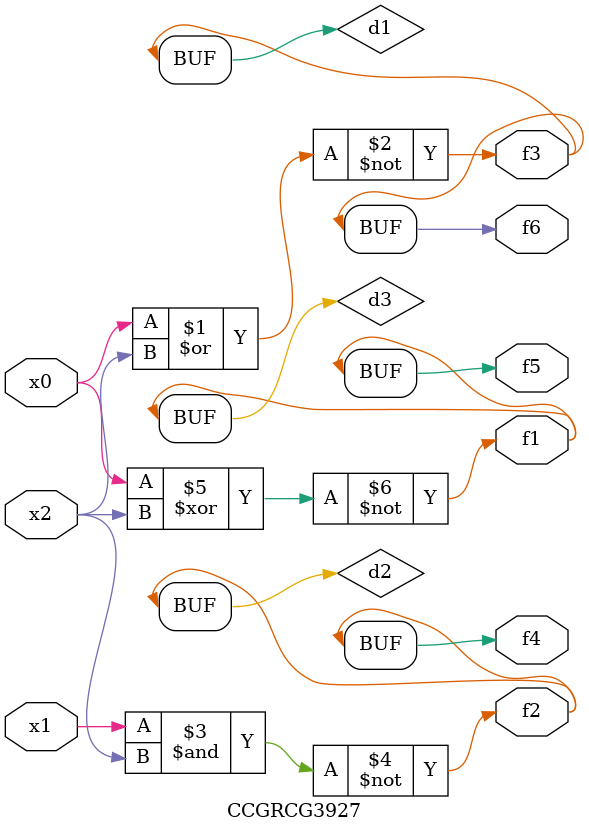
<source format=v>
module CCGRCG3927(
	input x0, x1, x2,
	output f1, f2, f3, f4, f5, f6
);

	wire d1, d2, d3;

	nor (d1, x0, x2);
	nand (d2, x1, x2);
	xnor (d3, x0, x2);
	assign f1 = d3;
	assign f2 = d2;
	assign f3 = d1;
	assign f4 = d2;
	assign f5 = d3;
	assign f6 = d1;
endmodule

</source>
